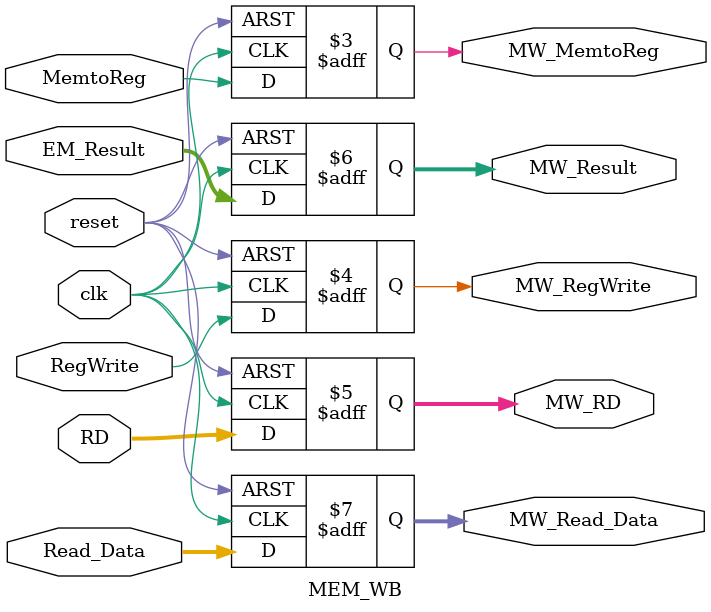
<source format=v>
`timescale 1ns / 1ps

module MEM_WB(
    input clk, reset,
    input MemtoReg, RegWrite,
    input [4:0] RD,
    input [63:0] EM_Result, Read_Data,
    output reg MW_MemtoReg, MW_RegWrite,
    output reg [4:0] MW_RD, 
    output reg [63:0] MW_Result, MW_Read_Data
    );
always @(posedge clk or posedge reset) begin
    if (reset == 1'b1) begin
        MW_MemtoReg = 0; MW_RegWrite = 0; MW_RD = 0;
        MW_Result = 0; MW_Read_Data = 0;
    end
    else begin
        MW_MemtoReg = MemtoReg; MW_RegWrite = RegWrite; MW_RD = RD;
        MW_Result = EM_Result; MW_Read_Data = Read_Data;
    end 
end
endmodule

</source>
